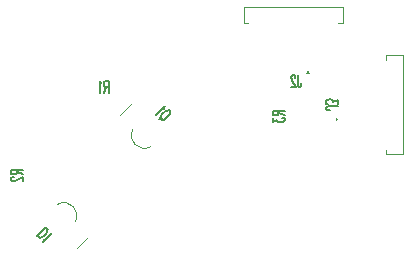
<source format=gbo>
G04 DipTrace 4.2.0.0*
G04 opto board.gbo*
%MOMM*%
G04 #@! TF.FileFunction,Legend,Bot*
G04 #@! TF.Part,Single*
%ADD10C,0.12*%
%ADD44C,0.15686*%
%FSLAX35Y35*%
G04*
G71*
G90*
G75*
G01*
G04 BotSilk*
%LPD*%
X-233571Y-615413D2*
D10*
X-134579Y-516416D1*
X-394221Y-244139D2*
G02X-244136Y-394217I54577J-95505D01*
G01*
G36*
X1725000Y890000D2*
X1740000Y860000D1*
X1710000D1*
X1725000Y890000D1*
G37*
X1980000Y1290000D2*
D10*
X2020000D1*
Y1430000D1*
X1180000D1*
Y1290000D1*
X1220000D1*
G36*
X1990005Y474990D2*
X1960006Y459988D1*
X1960004Y489988D1*
X1990005Y474990D1*
G37*
X2390015Y220006D2*
D10*
X2390017Y180006D1*
X2530017Y180012D1*
X2529983Y1020012D1*
X2389983Y1020006D1*
X2389985Y980006D1*
X233570Y615413D2*
X134578Y516415D1*
X394222Y244139D2*
G02X244136Y394216I-54578J95504D01*
G01*
X-568295Y-509307D2*
D44*
X-496109Y-437119D1*
X-481672Y-451556D1*
X-478971Y-461244D1*
X-481655Y-472219D1*
X-486515Y-481177D1*
X-494710Y-493471D1*
X-511943Y-510704D1*
X-524315Y-518979D1*
X-533193Y-523760D1*
X-544248Y-526524D1*
X-553857Y-523744D1*
X-568295Y-509307D1*
X-512291Y-537673D2*
X-511640Y-545313D1*
X-515689Y-561751D1*
X-443584Y-489642D1*
X1640241Y853789D2*
Y776072D1*
X1643138Y761472D1*
X1646103Y756643D1*
X1651898Y751702D1*
X1657761D1*
X1663556Y756643D1*
X1666453Y761472D1*
X1669418Y776072D1*
Y785731D1*
X1618452Y829419D2*
Y834248D1*
X1615555Y844019D1*
X1612657Y848848D1*
X1606795Y853677D1*
X1595137D1*
X1589342Y848848D1*
X1586444Y844019D1*
X1583479Y834248D1*
Y824589D1*
X1586444Y814819D1*
X1592239Y800331D1*
X1621417Y751702D1*
X1580582D1*
X1978790Y584739D2*
X1901073Y584736D1*
X1886473Y581837D1*
X1881644Y578872D1*
X1876703Y573077D1*
Y567215D1*
X1881645Y561420D1*
X1886474Y558522D1*
X1901074Y555558D1*
X1910733D1*
X1978677Y609425D2*
X1978675Y641432D1*
X1939818Y623978D1*
X1939817Y632738D1*
X1934988Y638533D1*
X1930158Y641430D1*
X1915558Y644395D1*
X1905900Y644394D1*
X1891300Y641429D1*
X1881529Y635633D1*
X1876701Y626873D1*
Y618113D1*
X1881530Y609421D1*
X1886472Y606523D1*
X1896131Y603559D1*
X557977Y542554D2*
X558739Y535121D1*
X555976Y524066D1*
X551116Y515108D1*
X542889Y502688D1*
X525737Y485534D1*
X513317Y477306D1*
X504438Y472525D1*
X493384Y469761D1*
X485871Y470444D1*
X477628Y478687D1*
X476897Y486247D1*
X479708Y497254D1*
X484489Y506132D1*
X492715Y518553D1*
X509868Y535707D1*
X522288Y543934D1*
X531246Y548795D1*
X542252Y551606D1*
X549733Y550796D1*
X557977Y542554D1*
X493415Y490377D2*
X460427Y482069D1*
X510216Y562676D2*
X509565Y570316D1*
X513614Y586754D1*
X441509Y514645D1*
X37136Y750161D2*
X10924Y750160D1*
X2163Y755102D1*
X-802Y759931D1*
X-3700Y769589D1*
Y779360D1*
X-803Y789018D1*
X2162Y793960D1*
X10922Y798790D1*
X37135D1*
X37138Y696703D1*
X16719Y750161D2*
X-3697Y696701D1*
X-22523Y779247D2*
X-28386Y784188D1*
X-37146Y798676D1*
X-37143Y696701D1*
X-741911Y50243D2*
Y24031D1*
X-746852Y15270D1*
X-751681Y12305D1*
X-761340Y9408D1*
X-771110Y9407D1*
X-780769Y12305D1*
X-785710Y15269D1*
X-790540Y24029D1*
X-790541Y50242D1*
X-688453Y50245D1*
X-741911Y29826D2*
X-688452Y9409D1*
X-766168Y-12381D2*
X-770997D1*
X-780768Y-15279D1*
X-785597Y-18177D1*
X-790426Y-24039D1*
Y-35697D1*
X-785597Y-41492D1*
X-780767Y-44389D1*
X-770997Y-47354D1*
X-761338Y-47353D1*
X-751567Y-44388D1*
X-737080Y-38593D1*
X-688451Y-9414D1*
X-688450Y-50249D1*
X1474836Y550247D2*
Y524035D1*
X1469895Y515275D1*
X1465066Y512310D1*
X1455407Y509412D1*
X1445636D1*
X1435978Y512309D1*
X1431036Y515274D1*
X1426207Y524034D1*
X1426206Y550247D1*
X1528294Y550248D1*
X1474836Y529830D2*
X1528295Y509413D1*
X1426320Y484725D2*
X1426321Y452718D1*
X1465179Y470171D1*
Y461411D1*
X1470008Y455616D1*
X1474837Y452719D1*
X1489438Y449754D1*
X1499096D1*
X1513696Y452719D1*
X1523467Y458515D1*
X1528296Y467275D1*
Y476035D1*
X1523466Y484727D1*
X1518525Y487625D1*
X1508866Y490589D1*
M02*

</source>
